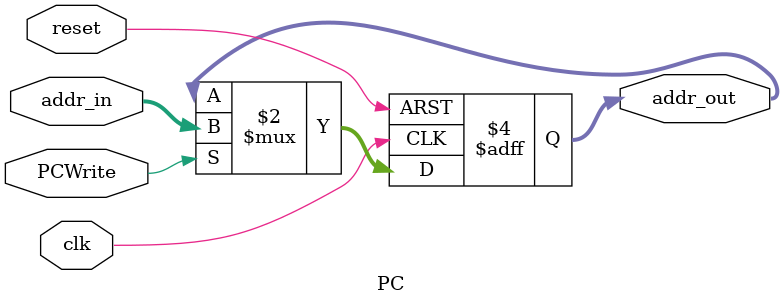
<source format=v>
`timescale 1ns/1ps

`include "defs.v"

`ifdef OPT_1
module IF_stage(
    input wire clk,
    input wire reset,

    // pipeline outputs
    output wire [31:0] pcp4_o, 
    output wire [31:0] inst_o,

    input wire e_PCHold,
    input wire [31:0] e_jumpDesti,
    input wire [31:0] e_jrOrBranchDesti,
    input wire [1:0]  e_PCSrc
//`ifdef OPT_3
//    ,
//    input wire [31:0] e_JrDesti,
//    input wire [31:0] e_JrP4
//`endif
);
    wire [31:0] pc_out;
    reg [31:0] pc_src;
    
    reg [31:0] inst_addr;
    wire [31:0] inst_readout;

    wire [31:0] jump_p4 = e_jumpDesti + 32'd4;
    wire [31:0] jrOrBranch_p4 = e_jrOrBranchDesti + 32'd4;
    wire [31:0] pc_p4 = pc_out + 32'd4;

    PC pc (
        .clk(clk),
        .reset(reset),
        .PCWrite(~e_PCHold), // if e_PCHold is set 1, then PC would not write
        .addr_in(pc_src),
        .addr_out(pc_out)
    );

    instMem3 ti1 (
        .a(inst_addr[9:2]),
        .spo(inst_readout)
    );
    
    assign inst_o = inst_readout;
    assign pcp4_o = pc_src;

    always @(*) begin
        case (e_PCSrc)
            2'b00: begin
                inst_addr <= pc_out;
                pc_src <= pc_p4;
            end 
            
            2'b01: begin
                inst_addr <= e_jumpDesti;
                pc_src <= jump_p4;
            end
            
            default: begin
                inst_addr <= e_jrOrBranchDesti;
                pc_src <= jrOrBranch_p4;
            end
        endcase
    end
    
endmodule

`else

module IF_stage(
    input wire clk,
    input wire reset,

    // pipeline outputs
    output wire [31:0] pcp4_o, 
    output wire [31:0] inst_o,

    input wire e_PCHold,
    input wire [31:0] e_jumpDesti,
    input wire [31:0] e_jrOrBranchDesti,
    input wire [1:0]  e_PCSrc
);

    wire [31:0] pc_out; 
    reg  [31:0] inst_addr;
    wire [31:0] inst_readout;
    wire [31:0] pcp4 = inst_addr + 32'd4;

    // pc_o is carried to the next stage along with the fetched instruction
    // whatever source used to renew PC, the value passed to the next stage is the PC of this instruction + 4
    assign pcp4_o = pcp4;

    PC pc (
        .clk(clk),
        .reset(reset),
        .PCWrite(~e_PCHold), // if e_PCHold is set 1, then PC would not write
        .addr_in(pcp4),
        .addr_out(pc_out)
    );

    // NOTE here that forwarding is not implemented for instruction fetch,
    // so IF stage ALWAYS fetches the instruction indexed by PC
//    InstMem 
//    im (
//        .addr_i(inst_addr),
//        .inst_o(inst_readout)
//    );
    
instMem3 ti3 (
    .a(inst_addr[11:2]),
    .spo(inst_readout)
);


    assign inst_o = inst_readout;

    always @(*) begin
        case (e_PCSrc)
            2'b00: inst_addr <= pc_out;
            2'b01: inst_addr <= e_jumpDesti;
            default: inst_addr <= e_jrOrBranchDesti;
        endcase
    end
    
endmodule
`endif


module PC (
    input wire clk,
    input wire reset,
    input wire PCWrite,
    input wire [31:0] addr_in,
    output reg [31:0] addr_out
);
    always @(posedge clk or posedge reset) begin
        if (reset) 
            addr_out <= 32'b0;
        else if (PCWrite) 
            addr_out <= addr_in;
    end
    
endmodule
</source>
